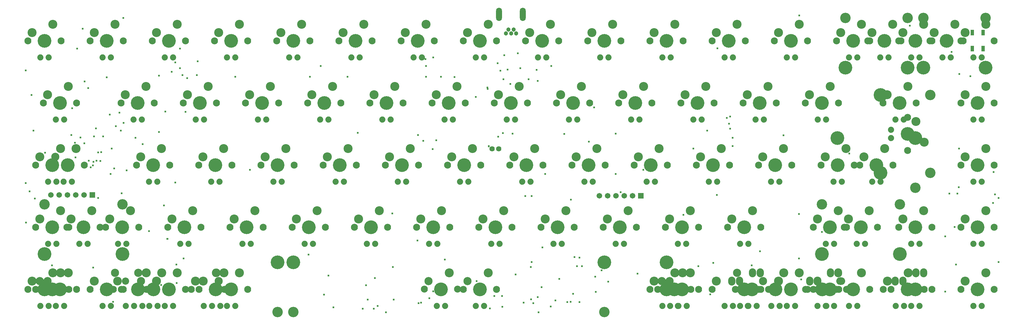
<source format=gbr>
%FSTAX23Y23*%
%MOIN*%
%SFA1B1*%

%IPPOS*%
%ADD80R,0.043429X0.067059*%
%ADD110C,0.074000*%
%ADD111C,0.165500*%
%ADD112C,0.051307*%
%ADD114R,0.067055X0.067055*%
%ADD115C,0.067055*%
%ADD116C,0.064000*%
%ADD117O,0.086740X0.108000*%
%ADD118C,0.084000*%
%ADD119C,0.108000*%
%ADD120O,0.108000X0.090677*%
%ADD121O,0.094614X0.108000*%
%ADD122C,0.098551*%
%ADD123C,0.104456*%
%ADD124C,0.104653*%
%ADD125C,0.086740*%
%ADD126C,0.126110*%
%ADD127C,0.165500*%
%ADD128C,0.074000*%
%ADD129C,0.084000*%
%ADD130C,0.108000*%
%ADD131C,0.023787*%
%ADD135O,0.070992X0.161543*%
%LNquadcube_65_pcb_soldermask_top-1*%
%LPD*%
G54D80*
X16042Y0849D03*
X16172D03*
X16042Y08683D03*
X16172D03*
G54D110*
X15062Y07411D03*
X05001Y06886D03*
X05844Y06136D03*
X05188Y06886D03*
X15032Y08386D03*
X15407D03*
X14938Y06886D03*
X15218Y07636D03*
X05376Y06136D03*
X05001D03*
X16157Y08386D03*
X15782D03*
X14657D03*
X05838Y05386D03*
X14751Y06136D03*
X14376D03*
X07157Y05386D03*
X10157D03*
X12601D03*
X12401D03*
X09688D03*
X13719D03*
X14376D03*
X14176D03*
X13244D03*
X13907D03*
X14657D03*
X13444D03*
X13157D03*
X15307D03*
X14557D03*
X13807D03*
X15119D03*
X14276D03*
X13057D03*
X14276Y06136D03*
X15118Y07636D03*
X15062Y07511D03*
X14838Y06886D03*
X14369D03*
X12307Y05386D03*
X13338D03*
X13619D03*
X14282D03*
X12501D03*
X10057D03*
X12494D03*
X13344D03*
X09588D03*
X07057D03*
X06876D03*
X05938D03*
X06307D03*
X05557D03*
X06119D03*
X04807D03*
X05276Y06136D03*
X05744D03*
X04994Y05386D03*
X05088Y06886D03*
X04901Y06136D03*
Y06886D03*
X15307Y08386D03*
X15682D03*
X16057D03*
X14651Y06136D03*
X14932Y08386D03*
X14557D03*
X14469Y06886D03*
X15219Y05386D03*
X15407D03*
X04907D03*
X05094D03*
X05657D03*
X06407D03*
X06219D03*
X06038D03*
X06976D03*
X06776D03*
G54D111*
X04951Y07086D03*
X15732Y08586D03*
X15357Y05586D03*
X14607D03*
X13857D03*
X15263D03*
X14326D03*
Y06336D03*
X15168Y07836D03*
X15262Y07461D03*
X14888Y07086D03*
X14419D03*
X12357Y05586D03*
X13388D03*
X13669D03*
X14232D03*
X12451D03*
X10107Y05586D03*
X12544Y05586D03*
X13294D03*
X09638D03*
X07107D03*
X06919D03*
X06357D03*
X05607D03*
X06169D03*
X04857D03*
X05982D03*
X05326Y06336D03*
X05794D03*
X05044Y05586D03*
X04951D03*
X05138Y07086D03*
X04951Y06336D03*
X15357Y08586D03*
X14701Y06336D03*
X14982Y08586D03*
X14607D03*
X15358Y07411D03*
X14418D03*
X12356Y05911D03*
X14231Y06011D03*
X15171D03*
X11608Y05911D03*
X07856D03*
X07668D03*
X14512Y08261D03*
X15262D03*
X14937Y07931D03*
X15452Y08261D03*
X16202D03*
X14937Y06991D03*
X05796Y06011D03*
X04856D03*
G54D112*
X10513Y0872D03*
X1045D03*
X10545Y08673D03*
X10419D03*
X10482D03*
G54D114*
X05434Y06724D03*
X12048Y06715D03*
G54D115*
X05334Y06724D03*
X05234D03*
X05134D03*
X05034D03*
X04934D03*
X11948Y06715D03*
X11848D03*
X11748D03*
X11648D03*
X11548D03*
G54D116*
X10332Y07281D03*
X10253D03*
G54D117*
X15457Y05786D03*
X15207Y05686D03*
X15113D03*
X15363Y05786D03*
X13488D03*
X13238Y05686D03*
X14332Y05786D03*
X14082Y05686D03*
X13144D03*
X13394Y05786D03*
G54D118*
X15557Y05586D03*
X14407D03*
X14807D03*
X14057D03*
X15463D03*
X15063D03*
X14969D03*
X14526D03*
X14126D03*
X12907D03*
X14126Y06336D03*
X14526D03*
X14968Y07836D03*
X15368D03*
X15262Y07661D03*
Y07261D03*
X14688Y07086D03*
X15088D03*
X14219D03*
X14619D03*
X12157Y05586D03*
X13188D03*
X13588D03*
X13469D03*
X14032D03*
X14432D03*
X12651D03*
X12251D03*
X09907D03*
X10307D03*
X12744D03*
X09438Y05587D03*
X09838D03*
X13494Y05586D03*
X07307D03*
X06719D03*
X07026D03*
X06626D03*
X05688D03*
X06088D03*
X06557D03*
X05807D03*
X05407D03*
X04657D03*
X05782D03*
X05526Y06336D03*
X05126D03*
X05994D03*
X05594D03*
X05244Y05586D03*
X04751D03*
X05151D03*
X05338Y07086D03*
X05151Y06336D03*
X04751D03*
Y07086D03*
X15157Y08586D03*
X15557D03*
X15532D03*
X15932D03*
X15907D03*
X16307D03*
X14501Y06336D03*
X14901D03*
X15182Y08586D03*
X14782D03*
X14407D03*
X14807D03*
G54D119*
X14707Y05786D03*
X13957D03*
X13707Y05686D03*
X15269Y05786D03*
X15019Y05686D03*
X12957D03*
X14426Y06536D03*
X14176Y06436D03*
X15268Y08036D03*
X15018Y07936D03*
X15462Y07361D03*
X15362Y07611D03*
X14988Y07286D03*
X14738Y07186D03*
X14519Y07286D03*
X14269Y07186D03*
X12457Y05786D03*
X12207Y05686D03*
X13769Y05786D03*
X12551D03*
X10207D03*
X12644D03*
X09738D03*
X07207D03*
X06769Y05686D03*
X07019Y05786D03*
X06676Y05686D03*
X06457Y05786D03*
X06207Y05686D03*
X05457D03*
X06269Y05786D03*
X04707Y05686D03*
X04957Y05786D03*
X06082D03*
X05176Y06436D03*
X05426Y06536D03*
X05644Y06436D03*
X05894Y06536D03*
X05144Y05786D03*
X05051D03*
X05238Y07286D03*
X04801Y06436D03*
X05051Y06536D03*
X04801Y07186D03*
X05051Y07286D03*
X15457Y08786D03*
X15207Y08686D03*
X15832Y08786D03*
X15582Y08686D03*
X16207Y08786D03*
X15957Y08686D03*
X14801Y06536D03*
X14551Y06436D03*
X14832Y08686D03*
X15082Y08786D03*
X14707D03*
X14457Y08686D03*
G54D120*
X14457Y05686D03*
G54D121*
X14176Y05686D03*
X14426Y05786D03*
G54D122*
X13207Y05786D03*
X13519Y05686D03*
X12301D03*
X09957D03*
X12394D03*
X09488D03*
X06957D03*
X05988Y05786D03*
X05707D03*
X06019Y05686D03*
X04894D03*
X04801D03*
X04988Y07186D03*
G54D123*
X06926Y05786D03*
G54D124*
X05738Y05686D03*
G54D125*
X05832Y05686D03*
G54D126*
X11608Y05311D03*
X15171Y06611D03*
X15358Y06811D03*
X07668Y05311D03*
X07856D03*
X14512Y08861D03*
X15262D03*
X16202D03*
X15537Y06991D03*
X15452Y08861D03*
X15537Y07931D03*
X05796Y06611D03*
X04856D03*
X14231D03*
G54D127*
X16107Y07836D03*
Y07086D03*
X11043Y06336D03*
X11793D03*
X10293D03*
X09543D03*
X12543D03*
X13293D03*
X15357D03*
X08231Y07836D03*
X08981D03*
X07481D03*
X06731D03*
X09731D03*
X10481D03*
X11981D03*
X11231D03*
X06918Y07086D03*
X07668D03*
X06168D03*
X12731Y07836D03*
X13481D03*
X14231D03*
X12356Y08586D03*
X13106D03*
X11606D03*
X10856D03*
X13856D03*
X09356D03*
X10106D03*
X08606D03*
X07856D03*
X04856D03*
X05606D03*
X07106D03*
X06356D03*
X06543Y06336D03*
X07293D03*
X08793D03*
X08043D03*
X12918Y07086D03*
X13668D03*
X12168D03*
X11418D03*
X08418D03*
X09168D03*
X10668D03*
X09918D03*
X05043Y07836D03*
X05981D03*
X16107Y05586D03*
Y06336D03*
G54D128*
X16157Y07636D03*
X16057D03*
Y06886D03*
X16157D03*
X11093Y06136D03*
X10993D03*
X11743D03*
X11843D03*
X10343D03*
X10243D03*
X09493D03*
X09593D03*
X12593D03*
X12493D03*
X13243D03*
X13343D03*
X15407D03*
X15307D03*
X08181Y07636D03*
X08281D03*
X09031D03*
X08931D03*
X07431D03*
X07531D03*
X06781D03*
X06681D03*
X09681D03*
X09781D03*
X10531D03*
X10431D03*
X11931D03*
X12031D03*
X11281D03*
X11181D03*
X06868Y06886D03*
X06968D03*
X07718D03*
X07618D03*
X06118D03*
X06218D03*
X12781Y07636D03*
X12681D03*
X13431D03*
X13531D03*
X14281D03*
X14181D03*
X12306Y08386D03*
X12406D03*
X13156D03*
X13056D03*
X11556D03*
X11656D03*
X10906D03*
X10806D03*
X13806D03*
X13906D03*
X09406D03*
X09306D03*
X10056D03*
X10156D03*
X08656D03*
X08556D03*
X07806D03*
X07906D03*
X04906D03*
X04806D03*
X05556D03*
X05656D03*
X07156D03*
X07056D03*
X06306D03*
X06406D03*
X06593Y06136D03*
X06493D03*
X07243D03*
X07343D03*
X08843D03*
X08743D03*
X07993D03*
X08093D03*
X12968Y06886D03*
X12868D03*
X13618D03*
X13718D03*
X12218D03*
X12118D03*
X11368D03*
X11468D03*
X08468D03*
X08368D03*
X09118D03*
X09218D03*
X10718D03*
X10618D03*
X09868D03*
X09968D03*
X05093Y07636D03*
X04993D03*
X05931D03*
X06031D03*
X16157Y05386D03*
X16057D03*
Y06136D03*
X16157D03*
G54D129*
X16307Y07836D03*
X15907D03*
Y07086D03*
X16307D03*
X11243Y06336D03*
X10843D03*
X11593D03*
X11993D03*
X10493D03*
X10093D03*
X09343D03*
X09743D03*
X12743D03*
X12343D03*
X13093D03*
X13493D03*
X15557D03*
X15157D03*
X08031Y07836D03*
X08431D03*
X09181D03*
X08781D03*
X07281D03*
X07681D03*
X06931D03*
X06531D03*
X09531D03*
X09931D03*
X10681D03*
X10281D03*
X11781D03*
X12181D03*
X11431D03*
X11031D03*
X06718Y07086D03*
X07118D03*
X07868D03*
X07468D03*
X05968D03*
X06368D03*
X12931Y07836D03*
X12531D03*
X13281D03*
X13681D03*
X14431D03*
X14031D03*
X12156Y08586D03*
X12556D03*
X13306D03*
X12906D03*
X11406D03*
X11806D03*
X11056D03*
X10656D03*
X13656D03*
X14056D03*
X09556D03*
X09156D03*
X09906D03*
X10306D03*
X08806D03*
X08406D03*
X07656D03*
X08056D03*
X05056D03*
X04656D03*
X05406D03*
X05806D03*
X07306D03*
X06906D03*
X06156D03*
X06556D03*
X06743Y06336D03*
X06343D03*
X07093D03*
X07493D03*
X08993D03*
X08593D03*
X07843D03*
X08243D03*
X13118Y07086D03*
X12718D03*
X13468D03*
X13868D03*
X12368D03*
X11968D03*
X11218D03*
X11618D03*
X08618D03*
X08218D03*
X08968D03*
X09368D03*
X10868D03*
X10468D03*
X09718D03*
X10118D03*
X05243Y07836D03*
X04843D03*
X05781D03*
X06181D03*
X16307Y05586D03*
X15907D03*
Y06336D03*
X16307D03*
G54D130*
X16207Y08036D03*
X15957Y07936D03*
Y07186D03*
X16207Y07286D03*
X11143Y06536D03*
X10893Y06436D03*
X11643D03*
X11893Y06536D03*
X10393D03*
X10143Y06436D03*
X09393D03*
X09643Y06536D03*
X12643D03*
X12393Y06436D03*
X13143D03*
X13393Y06536D03*
X15457D03*
X15207Y06436D03*
X08081Y07936D03*
X08331Y08036D03*
X09081D03*
X08831Y07936D03*
X07331D03*
X07581Y08036D03*
X06831D03*
X06581Y07936D03*
X09581D03*
X09831Y08036D03*
X10581D03*
X10331Y07936D03*
X11831D03*
X12081Y08036D03*
X11331D03*
X11081Y07936D03*
X06768Y07186D03*
X07018Y07286D03*
X07768D03*
X07518Y07186D03*
X06018D03*
X06268Y07286D03*
X12831Y08036D03*
X12581Y07936D03*
X13331D03*
X13581Y08036D03*
X14331D03*
X14081Y07936D03*
X12206Y08686D03*
X12456Y08786D03*
X13206D03*
X12956Y08686D03*
X11456D03*
X11706Y08786D03*
X10956D03*
X10706Y08686D03*
X13706D03*
X13956Y08786D03*
X09456D03*
X09206Y08686D03*
X09956D03*
X10206Y08786D03*
X08706D03*
X08456Y08686D03*
X07706D03*
X07956Y08786D03*
X04956D03*
X04706Y08686D03*
X05456D03*
X05706Y08786D03*
X07206D03*
X06956Y08686D03*
X06206D03*
X06456Y08786D03*
X06643Y06536D03*
X06393Y06436D03*
X07143D03*
X07393Y06536D03*
X08893D03*
X08643Y06436D03*
X07893D03*
X08143Y06536D03*
X13018Y07286D03*
X12768Y07186D03*
X13518D03*
X13768Y07286D03*
X12268D03*
X12018Y07186D03*
X11268D03*
X11518Y07286D03*
X08518D03*
X08268Y07186D03*
X09018D03*
X09268Y07286D03*
X10768D03*
X10518Y07186D03*
X09768D03*
X10018Y07286D03*
X05143Y08036D03*
X04893Y07936D03*
X05831D03*
X06081Y08036D03*
X16207Y05786D03*
X15957Y05686D03*
Y06436D03*
X16207Y06536D03*
G54D131*
X15847Y05883D03*
X16317Y06732D03*
X16301Y07002D03*
X10592Y08254D03*
X10385Y0747D03*
X10654Y06711D03*
X1073Y05914D03*
X06694Y08171D03*
X04948Y05876D03*
X04864Y07236D03*
X11482Y0778D03*
X10536Y05763D03*
X12007Y05776D03*
X10802Y0549D03*
X10378Y05375D03*
X0649Y08254D03*
Y08492D03*
X05249D03*
X0519Y07772D03*
X10562Y08435D03*
X06391Y08212D03*
X11159Y05431D03*
X0884Y0572D03*
X12848Y075D03*
X10959Y05377D03*
X10724Y05466D03*
X05811Y07595D03*
X06118Y06288D03*
X13956Y08891D03*
X05806Y08862D03*
X05761Y07718D03*
X16293Y06629D03*
X12964Y06726D03*
X05607Y08143D03*
X05717Y07554D03*
X14559Y07224D03*
X1268Y07286D03*
X13768Y07444D03*
X09049Y06501D03*
X08635Y07474D03*
X11496Y05739D03*
X0936Y07447D03*
X12077Y07028D03*
X14229Y06278D03*
X05848Y0702D03*
X06297Y06597D03*
X05698Y07045D03*
X1297Y08495D03*
X1256Y06483D03*
X05667Y07286D03*
X05336Y07349D03*
X04677Y06769D03*
X13082Y07656D03*
X12885Y05526D03*
X10789Y08235D03*
X11338Y05863D03*
X11307Y05967D03*
X15884Y07283D03*
X13483Y06044D03*
X1292Y05905D03*
X1636Y06688D03*
Y05914D03*
X16021Y08158D03*
X15881Y06818D03*
X10966Y08281D03*
X10389Y0812D03*
X08056Y08151D03*
X04631Y06868D03*
X05682Y05433D03*
X13981Y05705D03*
X15767Y0674D03*
X0834Y05368D03*
X08228Y0552D03*
X09367Y05418D03*
X08694Y05351D03*
X09066Y0546D03*
X08753D03*
X08975Y05308D03*
X08828Y05351D03*
X06432Y08325D03*
X06313Y07732D03*
X11203Y06668D03*
X10894Y06977D03*
X05654D03*
X047Y0793D03*
X0474Y0668D03*
X05953Y07413D03*
X05478Y07527D03*
X11307Y05431D03*
X0958Y07385D03*
X09542Y05562D03*
X09355Y06173D03*
X11063Y05711D03*
X10851Y05611D03*
X05231Y07179D03*
X0539Y07138D03*
X13954Y05959D03*
X05413Y07058D03*
X09058Y05853D03*
X08039Y06004D03*
X05443Y05848D03*
X13152Y07315D03*
Y07416D03*
X0604Y07339D03*
X05541Y07242D03*
X112Y05434D03*
X10635Y05424D03*
X11016Y05452D03*
X1075Y05418D03*
X05316Y08731D03*
X05439Y0708D03*
X10804Y081D03*
X05502Y06689D03*
X12741Y05864D03*
X10719Y05856D03*
X06449Y0566D03*
X06434Y06873D03*
X06339Y06196D03*
X06263Y05638D03*
X1028Y05503D03*
X10067Y05684D03*
X10374Y05503D03*
X10227Y05355D03*
X08872Y05383D03*
X11276Y05865D03*
X10694Y0812D03*
X07334Y07028D03*
X09422Y07379D03*
X05777Y07502D03*
X05788Y06744D03*
X11805Y06758D03*
X10198Y08022D03*
X10213Y07312D03*
X11744Y06977D03*
Y07466D03*
X06447Y05883D03*
X0652Y08171D03*
X06238Y08165D03*
Y07483D03*
X15794Y0845D03*
X1073Y06711D03*
X06533Y05958D03*
X11122Y0746D03*
X11229Y05532D03*
X10326Y07427D03*
X10199Y08005D03*
X10213Y07314D03*
X10352Y08225D03*
X10812Y05307D03*
X08281Y05751D03*
X09456Y08151D03*
X11421Y07369D03*
X10861Y06091D03*
X09684Y05945D03*
X08734Y05635D03*
X06576Y08133D03*
X06558Y07727D03*
X15716Y06223D03*
X15831Y06338D03*
X15862Y06742D03*
X15716Y05557D03*
X06338Y06196D03*
X13954Y06493D03*
X05223Y07355D03*
X10474Y08065D03*
X05446Y07125D03*
X05529Y07134D03*
X05505Y07238D03*
X05482Y07137D03*
X1529Y08767D03*
X09498Y05477D03*
X04631Y08227D03*
X08186Y08281D03*
X09456D03*
X11574Y05816D03*
X13385Y05873D03*
X04632Y06391D03*
X06703Y08339D03*
X11247Y05973D03*
X05339Y08095D03*
X05383Y08013D03*
X10321Y08316D03*
X11503Y05554D03*
X11655Y05679D03*
X09538Y07278D03*
X105Y07463D03*
X10439Y08239D03*
X10401Y08411D03*
X10058Y07909D03*
X07157Y08151D03*
X09396Y05424D03*
X15886Y08184D03*
X05642Y07696D03*
X08511Y08152D03*
X04723Y07501D03*
X0529Y07419D03*
X05179Y07448D03*
X05455Y07432D03*
X05562D03*
X09637Y08151D03*
X09449Y08366D03*
X09542Y08386D03*
X09801Y08148D03*
X13125Y07672D03*
X13124Y07526D03*
X13111Y07584D03*
G54D135*
X10625Y08903D03*
X10338D03*
M02*
</source>
